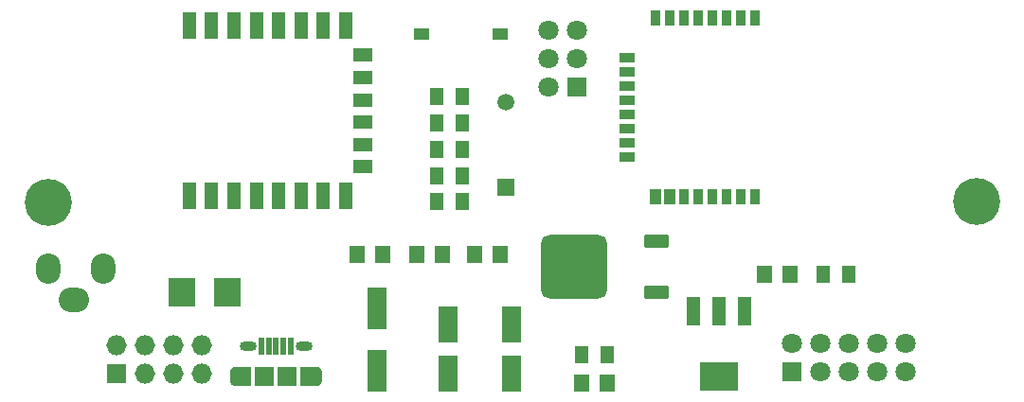
<source format=gts>
G04 Layer_Color=8388736*
%FSTAX24Y24*%
%MOIN*%
G70*
G01*
G75*
%ADD53R,0.0710X0.1458*%
%ADD54R,0.0474X0.0630*%
%ADD55R,0.0552X0.0395*%
%ADD56R,0.0671X0.0474*%
%ADD57R,0.0474X0.0966*%
%ADD58R,0.0580X0.0330*%
%ADD59R,0.0330X0.0580*%
%ADD60R,0.0395X0.0580*%
%ADD61R,0.0580X0.0630*%
%ADD62R,0.0671X0.0690*%
%ADD63R,0.0237X0.0612*%
%ADD64R,0.1379X0.1025*%
%ADD65R,0.0474X0.1025*%
G04:AMPARAMS|DCode=66|XSize=224.5mil|YSize=232.4mil|CornerRadius=31.1mil|HoleSize=0mil|Usage=FLASHONLY|Rotation=90.000|XOffset=0mil|YOffset=0mil|HoleType=Round|Shape=RoundedRectangle|*
%AMROUNDEDRECTD66*
21,1,0.2245,0.1703,0,0,90.0*
21,1,0.1624,0.2324,0,0,90.0*
1,1,0.0621,0.0851,0.0812*
1,1,0.0621,0.0851,-0.0812*
1,1,0.0621,-0.0851,-0.0812*
1,1,0.0621,-0.0851,0.0812*
%
%ADD66ROUNDEDRECTD66*%
G04:AMPARAMS|DCode=67|XSize=47.4mil|YSize=86.7mil|CornerRadius=8.9mil|HoleSize=0mil|Usage=FLASHONLY|Rotation=90.000|XOffset=0mil|YOffset=0mil|HoleType=Round|Shape=RoundedRectangle|*
%AMROUNDEDRECTD67*
21,1,0.0474,0.0689,0,0,90.0*
21,1,0.0295,0.0867,0,0,90.0*
1,1,0.0178,0.0344,0.0148*
1,1,0.0178,0.0344,-0.0148*
1,1,0.0178,-0.0344,-0.0148*
1,1,0.0178,-0.0344,0.0148*
%
%ADD67ROUNDEDRECTD67*%
%ADD68R,0.0980X0.0986*%
%ADD69R,0.0710X0.1261*%
%ADD70R,0.0592X0.0592*%
%ADD71C,0.0592*%
%ADD72O,0.0385X0.0690*%
%ADD73O,0.0592X0.0336*%
%ADD74O,0.0714X0.0710*%
%ADD75R,0.0714X0.0710*%
%ADD76C,0.0710*%
%ADD77R,0.0710X0.0710*%
%ADD78R,0.0710X0.0710*%
%ADD79O,0.0867X0.1064*%
%ADD80O,0.1064X0.0867*%
%ADD81C,0.1655*%
G36*
X030575Y020594D02*
X030585Y020593D01*
X030595Y020592D01*
X030605Y02059D01*
X030616Y020588D01*
X030625Y020585D01*
X030635Y020581D01*
X030645Y020577D01*
X030654Y020573D01*
X030663Y020568D01*
X030672Y020563D01*
X03068Y020557D01*
X030688Y020551D01*
X030696Y020544D01*
X030704Y020537D01*
X030711Y020529D01*
X030718Y020522D01*
X030724Y020513D01*
X03073Y020505D01*
X030735Y020496D01*
X03074Y020487D01*
X030744Y020478D01*
X030748Y020468D01*
X030752Y020458D01*
X030755Y020449D01*
X030757Y020439D01*
X030759Y020428D01*
X03076Y020418D01*
X030761Y020408D01*
X030761Y020398D01*
Y020102D01*
X030761Y020092D01*
X03076Y020082D01*
X030759Y020072D01*
X030757Y020061D01*
X030755Y020051D01*
X030752Y020042D01*
X030748Y020032D01*
X030744Y020022D01*
X03074Y020013D01*
X030735Y020004D01*
X03073Y019995D01*
X030724Y019987D01*
X030718Y019978D01*
X030711Y019971D01*
X030704Y019963D01*
X030696Y019956D01*
X030688Y019949D01*
X03068Y019943D01*
X030672Y019937D01*
X030663Y019932D01*
X030654Y019927D01*
X030645Y019923D01*
X030635Y019919D01*
X030625Y019915D01*
X030616Y019912D01*
X030605Y01991D01*
X030595Y019908D01*
X030585Y019907D01*
X030575Y019906D01*
X030565Y019906D01*
X030013D01*
Y020594D01*
X030565D01*
X030575Y020594D01*
D02*
G37*
G36*
X028281Y019906D02*
X02773D01*
X02772Y019906D01*
X027709Y019907D01*
X027699Y019908D01*
X027689Y01991D01*
X027679Y019912D01*
X027669Y019915D01*
X027659Y019919D01*
X02765Y019923D01*
X027641Y019927D01*
X027631Y019932D01*
X027623Y019937D01*
X027614Y019943D01*
X027606Y019949D01*
X027598Y019956D01*
X027591Y019963D01*
X027584Y019971D01*
X027577Y019978D01*
X027571Y019987D01*
X027565Y019995D01*
X027559Y020004D01*
X027555Y020013D01*
X02755Y020022D01*
X027546Y020032D01*
X027543Y020042D01*
X02754Y020051D01*
X027537Y020061D01*
X027535Y020072D01*
X027534Y020082D01*
X027533Y020092D01*
X027533Y020102D01*
Y020398D01*
X027533Y020408D01*
X027534Y020418D01*
X027535Y020428D01*
X027537Y020439D01*
X02754Y020449D01*
X027543Y020458D01*
X027546Y020468D01*
X02755Y020478D01*
X027555Y020487D01*
X027559Y020496D01*
X027565Y020505D01*
X027571Y020513D01*
X027577Y020522D01*
X027584Y020529D01*
X027591Y020537D01*
X027598Y020544D01*
X027606Y020551D01*
X027614Y020557D01*
X027623Y020563D01*
X027631Y020568D01*
X027641Y020573D01*
X02765Y020577D01*
X027659Y020581D01*
X027669Y020585D01*
X027679Y020588D01*
X027689Y02059D01*
X027699Y020592D01*
X027709Y020593D01*
X02772Y020594D01*
X02773Y020594D01*
X028281D01*
Y019906D01*
D02*
G37*
D53*
X032697Y022652D02*
D03*
Y020448D02*
D03*
D54*
X035697Y027327D02*
D03*
X034797D02*
D03*
X035697Y0264D02*
D03*
X034797D02*
D03*
X034797Y029172D02*
D03*
X035697D02*
D03*
X034797Y028245D02*
D03*
X035697D02*
D03*
X034797Y0301D02*
D03*
X035697D02*
D03*
X0493Y02385D02*
D03*
X0484D02*
D03*
X040797Y021D02*
D03*
X039897D02*
D03*
D55*
X037025Y0323D02*
D03*
X034269D02*
D03*
D56*
X0322Y031568D02*
D03*
Y030781D02*
D03*
Y029993D02*
D03*
Y029206D02*
D03*
Y028419D02*
D03*
Y027631D02*
D03*
D57*
X031609Y026598D02*
D03*
X030822D02*
D03*
X030034D02*
D03*
X029247D02*
D03*
X028459D02*
D03*
X027672D02*
D03*
X026885D02*
D03*
X026097D02*
D03*
Y032602D02*
D03*
X026885D02*
D03*
X027672D02*
D03*
X028459D02*
D03*
X029247D02*
D03*
X030034D02*
D03*
X030822D02*
D03*
X031609D02*
D03*
D58*
X0415Y031493D02*
D03*
Y030993D02*
D03*
Y030493D02*
D03*
Y029993D02*
D03*
Y029493D02*
D03*
Y028993D02*
D03*
Y028493D02*
D03*
Y027993D02*
D03*
D59*
X046004Y032895D02*
D03*
X045504D02*
D03*
X045004D02*
D03*
X044504D02*
D03*
X044004D02*
D03*
X043504D02*
D03*
X043004D02*
D03*
X042504D02*
D03*
X046004Y026595D02*
D03*
X045504D02*
D03*
X045004D02*
D03*
X044504D02*
D03*
X044004D02*
D03*
X043504D02*
D03*
D60*
X043004D02*
D03*
X042504D02*
D03*
D61*
X04635Y02385D02*
D03*
X04725D02*
D03*
X03615Y02455D02*
D03*
X03705D02*
D03*
X0341D02*
D03*
X035D02*
D03*
X032D02*
D03*
X0329D02*
D03*
X040797Y02D02*
D03*
X039897D02*
D03*
D62*
X029541Y02025D02*
D03*
X028754D02*
D03*
D63*
X029659Y021313D02*
D03*
X029403D02*
D03*
X029147D02*
D03*
X028891D02*
D03*
X028635D02*
D03*
D64*
X044747Y020258D02*
D03*
D65*
X043842Y022542D02*
D03*
X044747D02*
D03*
X045653D02*
D03*
D66*
X039641Y0241D02*
D03*
D67*
X042554Y025D02*
D03*
X042554Y0232D02*
D03*
D68*
X027447Y0232D02*
D03*
X025847D02*
D03*
D69*
X037447Y022066D02*
D03*
Y020334D02*
D03*
X035197Y022066D02*
D03*
Y020334D02*
D03*
D70*
X037247Y0269D02*
D03*
D71*
Y0299D02*
D03*
D72*
X030525Y02025D02*
D03*
X027769D02*
D03*
D73*
X030131Y021313D02*
D03*
X028163D02*
D03*
D74*
X023547Y02135D02*
D03*
X024547D02*
D03*
X025547D02*
D03*
X026547D02*
D03*
Y02035D02*
D03*
X025547D02*
D03*
X024547D02*
D03*
D75*
X023547D02*
D03*
D76*
X038747Y03045D02*
D03*
Y03145D02*
D03*
Y03245D02*
D03*
X039747Y03145D02*
D03*
Y03245D02*
D03*
X048297Y0204D02*
D03*
X049297D02*
D03*
X050297D02*
D03*
X051297D02*
D03*
Y0214D02*
D03*
X050297D02*
D03*
X049297D02*
D03*
X048297D02*
D03*
X047297D02*
D03*
D77*
X039747Y03045D02*
D03*
D78*
X047297Y0204D02*
D03*
D79*
X021133Y02406D02*
D03*
X023062D02*
D03*
D80*
X022039Y022957D02*
D03*
D81*
X053802Y026429D02*
D03*
X021125Y02639D02*
D03*
M02*

</source>
